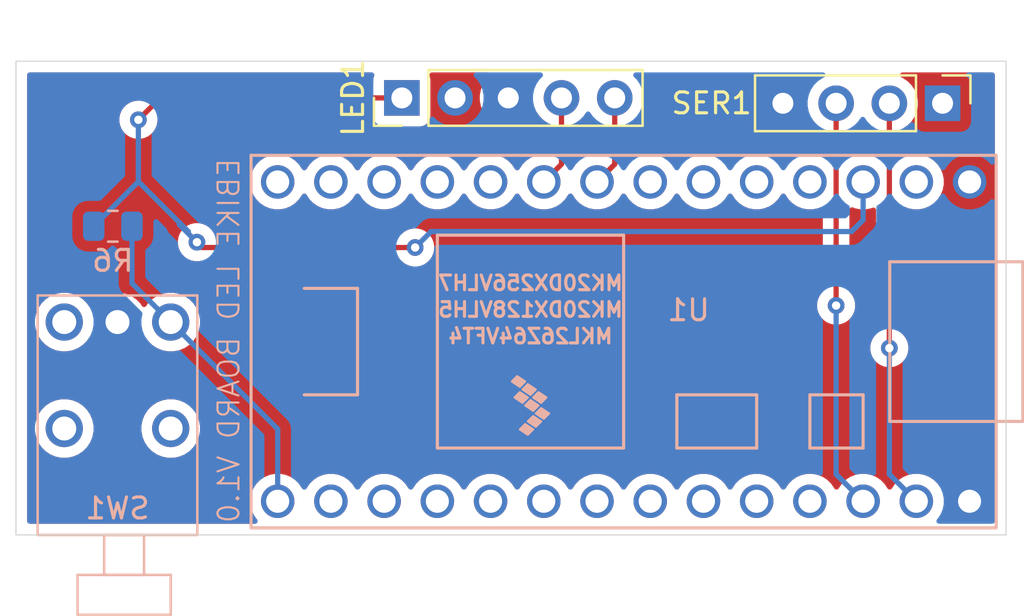
<source format=kicad_pcb>
(kicad_pcb (version 20211014) (generator pcbnew)
  (layers (0 "F.Cu" signal) (31 "B.Cu" signal) (34 "B.Paste" user) (35 "F.Paste" user) (36 "B.SilkS" user "B.Silkscreen") (37 "F.SilkS" user "F.Silkscreen") (38 "B.Mask" user) (39 "F.Mask" user) (44 "Edge.Cuts" user))
  (net 0 "")
  (net 1 "GND")
  (net 2 "+3.3v")
  (net 3 "PB1_IN")
  (net 4 "Rx-BESC")
  (net 5 "Tx-BESC")
  (net 6 "Net-(U1-Pad4)")
  (net 7 "Net-(U1-Pad6)")
  (net 8 "Net-(U1-Pad7)")
  (net 9 "Net-(U1-Pad10)")
  (net 10 "Net-(U1-Pad32)")
  (net 11 "Net-(U1-Pad30)")
  (net 12 "Net-(U1-Pad24)")
  (net 13 "Net-(U1-Pad23)")
  (net 14 "Net-(U1-Pad22)")
  (net 15 "Net-(U1-Pad21)")
  (net 16 "SCL")
  (net 17 "SDA")
  (net 18 "Vcc")
  (net 19 "Net-(U1-Pad5)")
  (net 20 "Net-(U1-Pad8)")
  (net 21 "Net-(U1-Pad9)")
  (net 22 "Net-(U1-Pad11)")
  (net 23 "Net-(U1-Pad12)")
  (net 24 "Net-(U1-Pad13)")
  (net 25 "Net-(U1-Pad29)")
  (net 26 "Net-(U1-Pad28)")
  (net 27 "Net-(U1-Pad27)")
  (net 28 "Net-(U1-Pad20)")
  (footprint "Connector_PinHeader_2.54mm:PinHeader_1x04_P2.54mm_Vertical" (layer "F.Cu") (at 77.2414 36.2966 -90)
    (fp_text reference "SER1" (at 0 11.0236 180) (layer "F.SilkS"))
    (fp_text value "Conn_01x04")
    (fp_line (start -1.33 8.95) (end 1.33 8.95) (layer "F.SilkS") (width 0.12))
    (fp_line (start 1.33 1.27) (end 1.33 8.95) (layer "F.SilkS") (width 0.12))
    (fp_line (start -1.33 0) (end -1.33 -1.33) (layer "F.SilkS") (width 0.12))
    (fp_line (start -1.33 1.27) (end -1.33 8.95) (layer "F.SilkS") (width 0.12))
    (fp_line (start -1.33 1.27) (end 1.33 1.27) (layer "F.SilkS") (width 0.12))
    (fp_line (start -1.33 -1.33) (end 0 -1.33) (layer "F.SilkS") (width 0.12))
    (pad "1" thru_hole rect locked (at 0 0 270) (size 1.7 1.7) (drill 1) (layers *.Cu *.Mask) (net 18 "Vcc"))
    (pad "2" thru_hole oval locked (at 0 2.54 270) (size 1.7 1.7) (drill 1) (layers *.Cu *.Mask) (net 5 "Tx-BESC"))
    (pad "3" thru_hole oval locked (at 0 5.08 270) (size 1.7 1.7) (drill 1) (layers *.Cu *.Mask) (net 4 "Rx-BESC"))
    (pad "4" thru_hole oval locked (at 0 7.62 270) (size 1.7 1.7) (drill 1) (layers *.Cu *.Mask) (net 1 "GND"))
  )
  (footprint "Connector_PinHeader_2.54mm:PinHeader_1x05_P2.54mm_Vertical" (layer "F.Cu") (at 51.435 36.04 90)
    (fp_text reference "LED1" (at 0 -2.33 90) (layer "F.SilkS"))
    (fp_text value "Conn_01x05")
    (fp_line (start -1.33 0) (end -1.33 -1.33) (layer "F.SilkS") (width 0.12))
    (fp_line (start -1.33 -1.33) (end 0 -1.33) (layer "F.SilkS") (width 0.12))
    (fp_line (start 1.33 1.27) (end 1.33 11.49) (layer "F.SilkS") (width 0.12))
    (fp_line (start -1.33 1.27) (end 1.33 1.27) (layer "F.SilkS") (width 0.12))
    (fp_line (start -1.33 1.27) (end -1.33 11.49) (layer "F.SilkS") (width 0.12))
    (fp_line (start -1.33 11.49) (end 1.33 11.49) (layer "F.SilkS") (width 0.12))
    (pad "1" thru_hole rect locked (at 0 0 90) (size 1.7 1.7) (drill 1) (layers *.Cu *.Mask) (net 2 "+3.3v"))
    (pad "2" thru_hole oval locked (at 0 2.54 90) (size 1.7 1.7) (drill 1) (layers *.Cu *.Mask) (net 18 "Vcc"))
    (pad "3" thru_hole oval locked (at 0 5.08 90) (size 1.7 1.7) (drill 1) (layers *.Cu *.Mask) (net 1 "GND"))
    (pad "4" thru_hole oval locked (at 0 7.62 90) (size 1.7 1.7) (drill 1) (layers *.Cu *.Mask) (net 17 "SDA"))
    (pad "5" thru_hole oval locked (at 0 10.16 90) (size 1.7 1.7) (drill 1) (layers *.Cu *.Mask) (net 16 "SCL"))
  )
  (footprint "teensy:Teensy32" (layer "B.Cu") (at 62.02 47.67 180)
    (fp_text reference "U1" (at -3.1 1.5 180) (layer "B.SilkS") (effects (justify mirror)))
    (fp_text value "Teensy3.2")
    (fp_text user "MK20DX128VLH5" (at 4.445 1.524 180) (layer "B.SilkS") (effects (font (size 0.7 0.7)) (justify mirror)))
    (fp_text user "MKL26Z64VFT4" (at 4.445 0.254 180) (layer "B.SilkS") (effects (font (size 0.7 0.7)) (justify mirror)))
    (fp_text user "MK20DX256VLH7" (at 4.445 2.794 180) (layer "B.SilkS") (effects (font (size 0.7 0.7)) (justify mirror)))
    (fp_line (start -12.7 -3.81) (end -12.7 3.81) (layer "B.SilkS") (width 0.15))
    (fp_line (start -12.7 3.81) (end -17.78 3.81) (layer "B.SilkS") (width 0.15))
    (fp_line (start 15.24 -2.54) (end 12.7 -2.54) (layer "B.SilkS") (width 0.15))
    (fp_line (start 17.78 8.89) (end 17.78 -8.89) (layer "B.SilkS") (width 0.15))
    (fp_line (start -6.35 -2.54) (end -6.35 -5.08) (layer "B.SilkS") (width 0.15))
    (fp_line (start 8.89 5.08) (end 0 5.08) (layer "B.SilkS") (width 0.15))
    (fp_line (start 0 5.08) (end 0 -5.08) (layer "B.SilkS") (width 0.15))
    (fp_line (start -19.05 -3.81) (end -19.05 3.81) (layer "B.SilkS") (width 0.15))
    (fp_line (start 8.89 -5.08) (end 8.89 5.08) (layer "B.SilkS") (width 0.15))
    (fp_line (start -2.54 -2.54) (end -6.35 -2.54) (layer "B.SilkS") (width 0.15))
    (fp_line (start 17.78 -8.89) (end -17.78 -8.89) (layer "B.SilkS") (width 0.15))
    (fp_line (start -6.35 -5.08) (end -2.54 -5.08) (layer "B.SilkS") (width 0.15))
    (fp_line (start -12.7 -3.81) (end -17.78 -3.81) (layer "B.SilkS") (width 0.15))
    (fp_line (start -11.43 -5.08) (end -8.89 -5.08) (layer "B.SilkS") (width 0.15))
    (fp_line (start 12.7 2.54) (end 15.24 2.54) (layer "B.SilkS") (width 0.15))
    (fp_line (start 8.89 -5.08) (end 0 -5.08) (layer "B.SilkS") (width 0.15))
    (fp_line (start -17.78 8.89) (end 17.78 8.89) (layer "B.SilkS") (width 0.15))
    (fp_line (start -2.54 -5.08) (end -2.54 -2.54) (layer "B.SilkS") (width 0.15))
    (fp_line (start -17.78 -8.89) (end -17.78 8.89) (layer "B.SilkS") (width 0.15))
    (fp_line (start -8.89 -2.54) (end -11.43 -2.54) (layer "B.SilkS") (width 0.15))
    (fp_line (start -17.78 -3.81) (end -19.05 -3.81) (layer "B.SilkS") (width 0.15))
    (fp_line (start 12.7 -2.54) (end 12.7 2.54) (layer "B.SilkS") (width 0.15))
    (fp_line (start -19.05 3.81) (end -17.78 3.81) (layer "B.SilkS") (width 0.15))
    (fp_line (start -8.89 -5.08) (end -8.89 -2.54) (layer "B.SilkS") (width 0.15))
    (fp_line (start -11.43 -2.54) (end -11.43 -5.08) (layer "B.SilkS") (width 0.15))
    (fp_poly (pts (xy 3.81 -3.683) (xy 3.556 -3.429) (xy 3.937 -3.175) (xy 4.191 -3.429)) (layer "B.SilkS") (width 0.1) (fill solid))
    (fp_poly (pts (xy 4.445 -2.54) (xy 4.191 -2.286) (xy 4.572 -2.032) (xy 4.826 -2.286)) (layer "B.SilkS") (width 0.1) (fill solid))
    (fp_poly (pts (xy 4.191 -4.064) (xy 3.937 -3.81) (xy 4.318 -3.556) (xy 4.572 -3.81)) (layer "B.SilkS") (width 0.1) (fill solid))
    (fp_poly (pts (xy 4.826 -2.921) (xy 4.572 -2.667) (xy 4.953 -2.413) (xy 5.207 -2.667)) (layer "B.SilkS") (width 0.1) (fill solid))
    (fp_poly (pts (xy 4.318 -3.302) (xy 4.064 -3.048) (xy 4.445 -2.794) (xy 4.699 -3.048)) (layer "B.SilkS") (width 0.1) (fill solid))
    (fp_poly (pts (xy 3.937 -2.921) (xy 3.683 -2.667) (xy 4.064 -2.413) (xy 4.318 -2.667)) (layer "B.SilkS") (width 0.1) (fill solid))
    (fp_poly (pts (xy 4.572 -4.445) (xy 4.318 -4.191) (xy 4.699 -3.937) (xy 4.953 -4.191)) (layer "B.SilkS") (width 0.1) (fill solid))
    (fp_poly (pts (xy 4.953 -2.159) (xy 4.699 -1.905) (xy 5.08 -1.651) (xy 5.334 -1.905)) (layer "B.SilkS") (width 0.1) (fill solid))
    (pad "1" thru_hole rect locked (at -16.51 -7.62 180) (size 1.6 1.6) (drill 1.1) (layers *.Cu *.Mask) (net 1 "GND"))
    (pad "2" thru_hole circle locked (at -13.97 -7.62 180) (size 1.6 1.6) (drill 1.1) (layers *.Cu *.Mask) (net 5 "Tx-BESC"))
    (pad "3" thru_hole circle locked (at -11.43 -7.62 180) (size 1.6 1.6) (drill 1.1) (layers *.Cu *.Mask) (net 4 "Rx-BESC"))
    (pad "4" thru_hole circle locked (at -8.89 -7.62 180) (size 1.6 1.6) (drill 1.1) (layers *.Cu *.Mask) (net 6 "Net-(U1-Pad4)"))
    (pad "5" thru_hole circle locked (at -6.35 -7.62 180) (size 1.6 1.6) (drill 1.1) (layers *.Cu *.Mask) (net 19 "Net-(U1-Pad5)"))
    (pad "6" thru_hole circle locked (at -3.81 -7.62 180) (size 1.6 1.6) (drill 1.1) (layers *.Cu *.Mask) (net 7 "Net-(U1-Pad6)"))
    (pad "7" thru_hole circle locked (at -1.27 -7.62 180) (size 1.6 1.6) (drill 1.1) (layers *.Cu *.Mask) (net 8 "Net-(U1-Pad7)"))
    (pad "8" thru_hole circle locked (at 1.27 -7.62 180) (size 1.6 1.6) (drill 1.1) (layers *.Cu *.Mask) (net 20 "Net-(U1-Pad8)"))
    (pad "9" thru_hole circle locked (at 3.81 -7.62 180) (size 1.6 1.6) (drill 1.1) (layers *.Cu *.Mask) (net 21 "Net-(U1-Pad9)"))
    (pad "10" thru_hole circle locked (at 6.35 -7.62 180) (size 1.6 1.6) (drill 1.1) (layers *.Cu *.Mask) (net 9 "Net-(U1-Pad10)"))
    (pad "11" thru_hole circle locked (at 8.89 -7.62 180) (size 1.6 1.6) (drill 1.1) (layers *.Cu *.Mask) (net 22 "Net-(U1-Pad11)"))
    (pad "12" thru_hole circle locked (at 11.43 -7.62 180) (size 1.6 1.6) (drill 1.1) (layers *.Cu *.Mask) (net 23 "Net-(U1-Pad12)"))
    (pad "13" thru_hole circle locked (at 13.97 -7.62 180) (size 1.6 1.6) (drill 1.1) (layers *.Cu *.Mask) (net 24 "Net-(U1-Pad13)"))
    (pad "14" thru_hole circle locked (at 16.51 -7.62 180) (size 1.6 1.6) (drill 1.1) (layers *.Cu *.Mask) (net 3 "PB1_IN"))
    (pad "20" thru_hole circle locked (at 16.51 7.62 180) (size 1.6 1.6) (drill 1.1) (layers *.Cu *.Mask) (net 28 "Net-(U1-Pad20)"))
    (pad "21" thru_hole circle locked (at 13.97 7.62 180) (size 1.6 1.6) (drill 1.1) (layers *.Cu *.Mask) (net 15 "Net-(U1-Pad21)"))
    (pad "22" thru_hole circle locked (at 11.43 7.62 180) (size 1.6 1.6) (drill 1.1) (layers *.Cu *.Mask) (net 14 "Net-(U1-Pad22)"))
    (pad "23" thru_hole circle locked (at 8.89 7.62 180) (size 1.6 1.6) (drill 1.1) (layers *.Cu *.Mask) (net 13 "Net-(U1-Pad23)"))
    (pad "24" thru_hole circle locked (at 6.35 7.62 180) (size 1.6 1.6) (drill 1.1) (layers *.Cu *.Mask) (net 12 "Net-(U1-Pad24)"))
    (pad "25" thru_hole circle locked (at 3.81 7.62 180) (size 1.6 1.6) (drill 1.1) (layers *.Cu *.Mask) (net 17 "SDA"))
    (pad "26" thru_hole circle locked (at 1.27 7.62 180) (size 1.6 1.6) (drill 1.1) (layers *.Cu *.Mask) (net 16 "SCL"))
    (pad "27" thru_hole circle locked (at -1.27 7.62 180) (size 1.6 1.6) (drill 1.1) (layers *.Cu *.Mask) (net 27 "Net-(U1-Pad27)"))
    (pad "28" thru_hole circle locked (at -3.81 7.62 180) (size 1.6 1.6) (drill 1.1) (layers *.Cu *.Mask) (net 26 "Net-(U1-Pad28)"))
    (pad "29" thru_hole circle locked (at -6.35 7.62 180) (size 1.6 1.6) (drill 1.1) (layers *.Cu *.Mask) (net 25 "Net-(U1-Pad29)"))
    (pad "30" thru_hole circle locked (at -8.89 7.62 180) (size 1.6 1.6) (drill 1.1) (layers *.Cu *.Mask) (net 11 "Net-(U1-Pad30)"))
    (pad "31" thru_hole circle locked (at -11.43 7.62 180) (size 1.6 1.6) (drill 1.1) (layers *.Cu *.Mask) (net 2 "+3.3v"))
    (pad "32" thru_hole circle locked (at -13.97 7.62 180) (size 1.6 1.6) (drill 1.1) (layers *.Cu *.Mask) (net 10 "Net-(U1-Pad32)"))
    (pad "33" thru_hole circle locked (at -16.51 7.62 180) (size 1.6 1.6) (drill 1.1) (layers *.Cu *.Mask) (net 18 "Vcc"))
  )
  (footprint "Resistor_SMD:R_0805_2012Metric" (layer "B.Cu") (at 37.6428 42.164)
    (fp_text reference "R6" (at 0 1.65 180) (layer "B.SilkS") (effects (justify mirror)))
    (fp_text value "10k")
    (fp_line (start -0.227064 0.735) (end 0.227064 0.735) (layer "B.SilkS") (width 0.12))
    (fp_line (start -0.227064 -0.735) (end 0.227064 -0.735) (layer "B.SilkS") (width 0.12))
    (pad "1" smd roundrect locked (at -0.9125 0) (size 1.025 1.4) (layers "B.Cu" "B.Paste" "B.Mask") (roundrect_rratio 0.243902) (net 2 "+3.3v"))
    (pad "2" smd roundrect locked (at 0.9125 0) (size 1.025 1.4) (layers "B.Cu" "B.Paste" "B.Mask") (roundrect_rratio 0.243902) (net 3 "PB1_IN"))
  )
  (footprint "Button_Switch_THT:my_pushbutton" (layer "B.Cu") (at 40.405 46.738 180)
    (fp_text reference "SW1" (at 2.54 -8.89) (layer "B.SilkS") (effects (justify mirror)))
    (fp_text value "Conn_01x02")
    (fp_line (start -1.27 -10.16) (end 6.35 -10.16) (layer "B.SilkS") (width 0.12))
    (fp_line (start 6.35 -10.16) (end 6.35 1.27) (layer "B.SilkS") (width 0.12))
    (fp_line (start 0 -12.065) (end 0 -13.97) (layer "B.SilkS") (width 0.12))
    (fp_line (start 0 -13.97) (end 4.445 -13.97) (layer "B.SilkS") (width 0.12))
    (fp_line (start -1.27 1.27) (end 6.35 1.27) (layer "B.SilkS") (width 0.12))
    (fp_line (start 3.175 -12.065) (end 3.175 -10.16) (layer "B.SilkS") (width 0.12))
    (fp_line (start 1.27 -10.16) (end 1.27 -12.065) (layer "B.SilkS") (width 0.12))
    (fp_line (start 4.445 -13.97) (end 4.445 -12.065) (layer "B.SilkS") (width 0.12))
    (fp_line (start 1.27 -12.065) (end 3.175 -12.065) (layer "B.SilkS") (width 0.12))
    (fp_line (start -1.27 1.27) (end -1.27 -10.16) (layer "B.SilkS") (width 0.12))
    (fp_line (start 4.445 -12.065) (end 0 -12.065) (layer "B.SilkS") (width 0.12))
    (fp_line (start 3.175 -10.16) (end 1.27 -10.16) (layer "B.SilkS") (width 0.12))
    (pad "1" thru_hole circle locked (at 0 0 180) (size 1.778 1.778) (drill 1.143) (layers *.Cu *.Mask) (net 3 "PB1_IN"))
    (pad "2" thru_hole circle locked (at 2.54 0 180) (size 1.778 1.778) (drill 1.143) (layers *.Cu *.Mask) (net 1 "GND"))
    (pad "3" thru_hole circle locked (at 5.08 0 180) (size 1.778 1.778) (drill 1.143) (layers *.Cu *.Mask))
    (pad "4" thru_hole circle locked (at 0 -5.08 180) (size 1.778 1.778) (drill 1.143) (layers *.Cu *.Mask))
    (pad "5" thru_hole circle locked (at 5.08 -5.08 180) (size 1.778 1.778) (drill 1.143) (layers *.Cu *.Mask))
  )
  (gr_line (start 33.02 34.29) (end 33.02 56.896) (layer "Edge.Cuts") (width 0.05))
  (gr_line (start 33.02 56.896) (end 80.27 56.896) (layer "Edge.Cuts") (width 0.05))
  (gr_line (start 80.27 56.896) (end 80.27 34.29) (layer "Edge.Cuts") (width 0.05))
  (gr_line (start 80.27 34.29) (end 33.02 34.29) (layer "Edge.Cuts") (width 0.05))
  (gr_text "EBIKE LED BOARD V1.0" (at 43.18 47.625 90) (layer "B.SilkS") (effects (font (size 1 1) (thickness 0.1)) (justify mirror)))
  (segment (start 52.07 43.18) (end 41.91 43.18) (width 0.25) (layer "F.Cu") (net 2))
  (segment (start 39.906 36.04) (end 38.862 37.084) (width 0.25) (layer "F.Cu") (net 2))
  (segment (start 49.304 36.04) (end 39.906 36.04) (width 0.25) (layer "F.Cu") (net 2))
  (segment (start 41.91 43.18) (end 41.656 42.926) (width 0.25) (layer "F.Cu") (net 2))
  (segment (start 51.435 36.04) (end 49.304 36.04) (width 0.25) (layer "F.Cu") (net 2))
  (segment (start 49.304 36.04) (end 49.276 36.068) (width 0.25) (layer "F.Cu") (net 2))
  (via (at 41.656 42.926) (size 0.8) (drill 0.4) (layers "F.Cu" "B.Cu") (net 2))
  (via (at 52.07 43.18) (size 0.8) (drill 0.4) (layers "F.Cu" "B.Cu") (net 2))
  (via (at 38.862 37.084) (size 0.8) (drill 0.4) (layers "F.Cu" "B.Cu") (net 2))
  (segment (start 73.45 40.05) (end 73.45 41.866) (width 0.25) (layer "B.Cu") (net 2))
  (segment (start 41.656 42.926) (end 40.81685 42.08685) (width 0.25) (layer "B.Cu") (net 2))
  (segment (start 38.862 40.0323) (end 38.62165 40.27265) (width 0.25) (layer "B.Cu") (net 2))
  (segment (start 40.81685 42.08685) (end 40.81685 41.98715) (width 0.25) (layer "B.Cu") (net 2))
  (segment (start 72.898 42.418) (end 52.832 42.418) (width 0.25) (layer "B.Cu") (net 2))
  (segment (start 38.862 37.084) (end 38.862 40.0323) (width 0.25) (layer "B.Cu") (net 2))
  (segment (start 36.7303 42.164) (end 38.62165 40.27265) (width 0.25) (layer "B.Cu") (net 2))
  (segment (start 52.832 42.418) (end 52.07 43.18) (width 0.25) (layer "B.Cu") (net 2))
  (segment (start 73.45 41.866) (end 72.898 42.418) (width 0.25) (layer "B.Cu") (net 2))
  (segment (start 41.2477 42.418) (end 40.81685 41.98715) (width 0.25) (layer "B.Cu") (net 2))
  (segment (start 40.81685 41.98715) (end 38.862 40.0323) (width 0.25) (layer "B.Cu") (net 2))
  (segment (start 40.895 46.738) (end 40.405 46.738) (width 0.25) (layer "F.Cu") (net 3))
  (segment (start 38.5553 42.164) (end 38.5553 44.8883) (width 0.25) (layer "B.Cu") (net 3))
  (segment (start 45.51 55.29) (end 45.51 52.026) (width 0.25) (layer "B.Cu") (net 3))
  (segment (start 40.405 46.738) (end 45.51 51.843) (width 0.25) (layer "B.Cu") (net 3))
  (segment (start 38.5553 44.8883) (end 40.405 46.738) (width 0.25) (layer "B.Cu") (net 3))
  (segment (start 45.51 51.843) (end 45.51 52.026) (width 0.25) (layer "B.Cu") (net 3))
  (segment (start 72.324999 36.460199) (end 72.1614 36.2966) (width 0.25) (layer "F.Cu") (net 4))
  (segment (start 72.1614 36.2966) (end 72.1614 45.9486) (width 0.25) (layer "F.Cu") (net 4))
  (via (at 72.1614 45.9486) (size 0.8) (drill 0.4) (layers "F.Cu" "B.Cu") (net 4))
  (segment (start 72.1614 54.0014) (end 73.45 55.29) (width 0.25) (layer "B.Cu") (net 4))
  (segment (start 72.1614 45.9486) (end 72.1614 54.0014) (width 0.25) (layer "B.Cu") (net 4))
  (segment (start 74.575001 36.422999) (end 74.7014 36.2966) (width 0.25) (layer "F.Cu") (net 5))
  (segment (start 74.7014 36.2966) (end 74.7014 47.9806) (width 0.25) (layer "F.Cu") (net 5))
  (via (at 74.7014 47.9806) (size 0.8) (drill 0.4) (layers "F.Cu" "B.Cu") (net 5))
  (segment (start 74.7014 47.9806) (end 74.7014 54.0014) (width 0.25) (layer "B.Cu") (net 5))
  (segment (start 74.7014 54.0014) (end 75.99 55.29) (width 0.25) (layer "B.Cu") (net 5))
  (segment (start 61.595 39.205) (end 60.75 40.05) (width 0.25) (layer "F.Cu") (net 16))
  (segment (start 61.595 36.04) (end 61.595 39.205) (width 0.25) (layer "F.Cu") (net 16))
  (segment (start 59.055 36.04) (end 59.055 39.205) (width 0.25) (layer "F.Cu") (net 17))
  (segment (start 59.055 39.205) (end 58.21 40.05) (width 0.25) (layer "F.Cu") (net 17))
  (zone (net 18) (net_name "Vcc") (layer "F.Cu") (connect_pads yes (clearance 0.508)) (min_thickness 0.254) (fill yes (thermal_gap 0.508) (thermal_bridge_width 0.508))
    (polygon (pts (xy 81.091079 58.42) (xy 32.323079 58.674) (xy 32.323079 33.528) (xy 81.091079 33.528)))
  )
  (zone (net 1) (net_name "GND") (layer "B.Cu") (connect_pads yes (clearance 0.508)) (min_thickness 0.254) (fill yes (thermal_gap 0.508) (thermal_bridge_width 0.508))
    (polygon (pts (xy 81.026 58.166) (xy 32.258 58.42) (xy 32.258 33.274) (xy 81.026 33.274)))
  )
)
</source>
